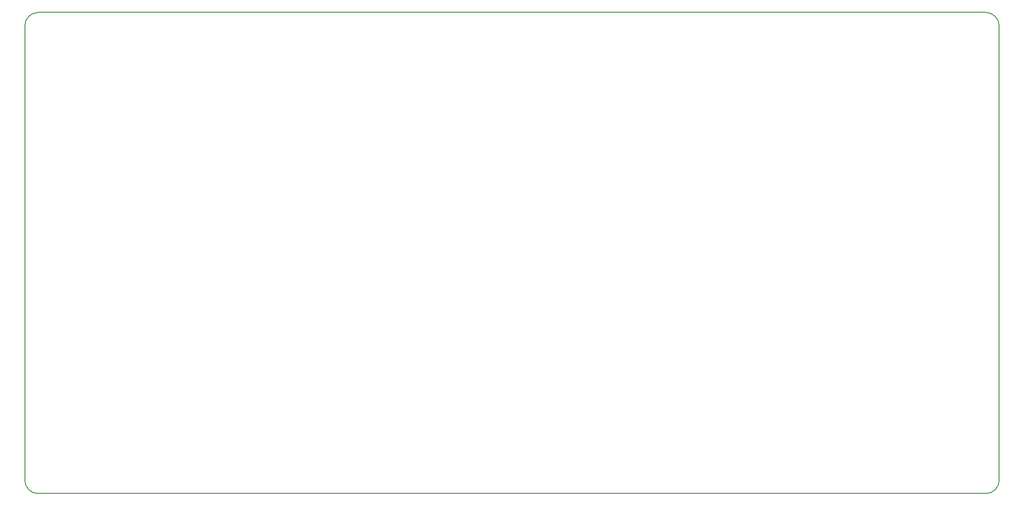
<source format=gm1>
G04 #@! TF.GenerationSoftware,KiCad,Pcbnew,(5.1.10)-1*
G04 #@! TF.CreationDate,2021-05-07T16:49:04+02:00*
G04 #@! TF.ProjectId,dsp-amplifier-x4,6473702d-616d-4706-9c69-666965722d78,rev?*
G04 #@! TF.SameCoordinates,Original*
G04 #@! TF.FileFunction,Profile,NP*
%FSLAX46Y46*%
G04 Gerber Fmt 4.6, Leading zero omitted, Abs format (unit mm)*
G04 Created by KiCad (PCBNEW (5.1.10)-1) date 2021-05-07 16:49:04*
%MOMM*%
%LPD*%
G01*
G04 APERTURE LIST*
G04 #@! TA.AperFunction,Profile*
%ADD10C,0.150000*%
G04 #@! TD*
G04 APERTURE END LIST*
D10*
X62500000Y-150000000D02*
G75*
G02*
X60000000Y-147500000I0J2500000D01*
G01*
X242000000Y-147500000D02*
G75*
G02*
X239500000Y-150000000I-2500000J0D01*
G01*
X239500000Y-60000000D02*
G75*
G02*
X242000000Y-62500000I0J-2500000D01*
G01*
X60000000Y-62500000D02*
G75*
G02*
X62500000Y-60000000I2500000J0D01*
G01*
X62500000Y-150000000D02*
X239500000Y-150000000D01*
X60000000Y-62500000D02*
X60000000Y-147500000D01*
X239500000Y-60000000D02*
X62500000Y-60000000D01*
X242000000Y-147500000D02*
X242000000Y-62500000D01*
M02*

</source>
